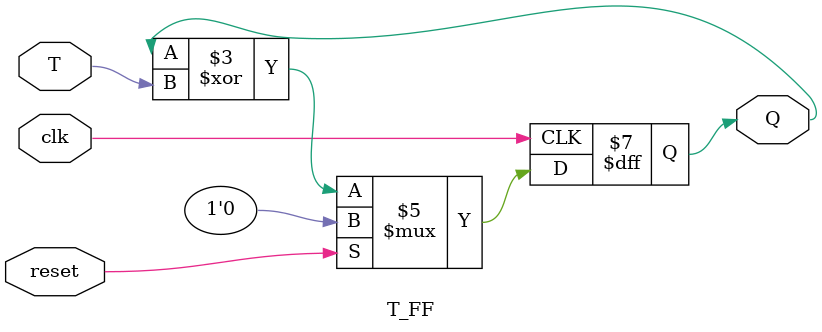
<source format=v>
module T_FF(output reg Q  ,input T,clk,reset);


always@(posedge clk )
begin 
	if(reset == 1)
		begin 
			Q <= 1'b0 ;
		end 	
	else 
		begin 
			Q <= Q ^ T ;
		end 	
end

//assign nQ = ~Q;

endmodule
</source>
